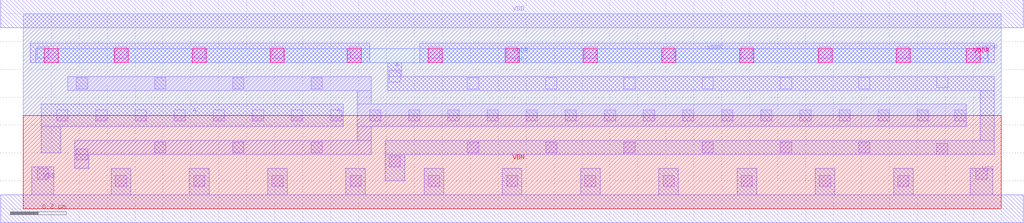
<source format=lef>
#----------------------------------------------------------------------------
# Date		: $Date: 2018/02/06 14:50:22 $
# Copyright	: 1997-2018 by Synopsys, Inc., All Rights Reserved.
# Revision	: Version $Revision: 1.3 $
#----------------------------------------------------------------------------

VERSION 5.6 ;
BUSBITCHARS "[]" ;
DIVIDERCHAR "/" ;

# Cell macro definitions.
#----------------------------------------------------------     -------------
#      Cell        : PVN_BUF_P_1
#      Description : "Buffer, Always On"
#      Equation    : X=A
#      Version     : $                     Revision: 5.13 $
#      Created     : $                     Date: 2011/08/18 09:33:56 $
#

MACRO PVN_BUF_P_1
  CLASS CORE ;
  FOREIGN PVN_BUF_P_1 0 0 ;
  ORIGIN 0 0 ;
  SIZE 0.42 BY 0.7 ;
  SYMMETRY X Y ;
  SITE UM28_DUT ;
  PIN A
    DIRECTION INPUT ;
    PORT
      LAYER CONT ;
      RECT  0.125 0.305 0.165 0.345 ;
      LAYER ME1 ;
      RECT  0.145 0.195 0.215 0.265 ;
      RECT  0.145 0.265 0.195 0.275 ;
      RECT  0.125 0.275 0.195 0.375 ;
      LAYER ME2 ;
      RECT  0.07 0.225 0.35 0.275 ;
      LAYER VI1 ;
      RECT  0.145 0.225 0.195 0.275 ;
    END
    ANTENNAMODEL OXIDE1 ;
    ANTENNAGATEAREA 0.0072 ;
  END A
  PIN VBN
    DIRECTION INOUT ;
    USE GROUND ;
    SHAPE FEEDTHRU ;
    PORT
      LAYER PWEL ;
      RECT  0.0 0.0 0.42 0.335 ;
    END
  END VBN
  PIN VBP
    DIRECTION INOUT ;
    USE POWER ;
    SHAPE FEEDTHRU ;
    PORT
      LAYER NWEL ;
      RECT  0.0 0.335 0.42 0.7 ;
    END
  END VBP
  PIN VDD
    DIRECTION INOUT ;
    USE POWER ;
    SHAPE ABUTMENT ;
    PORT
      LAYER ME1 ;
      RECT  -0.08 0.65 0.5 0.75 ;
    END
  END VDD
  PIN VDDR
    DIRECTION INOUT ;
    USE POWER ;
    PORT
      LAYER CONT ;
      RECT  0.19 0.53 0.23 0.57 ;
      LAYER ME1 ;
      RECT  0.06 0.525 0.26 0.575 ;
      RECT  0.15 0.575 0.26 0.595 ;
      LAYER ME2 ;
      RECT  0.065 0.525 0.345 0.575 ;
      LAYER VI1 ;
      RECT  0.18 0.525 0.23 0.575 ;
    END
  END VDDR
  PIN VSS
    DIRECTION INOUT ;
    USE GROUND ;
    SHAPE ABUTMENT ;
    PORT
      LAYER CONT ;
      RECT  0.19 0.08 0.23 0.12 ;
      LAYER ME1 ;
      RECT  -0.08 -0.05 0.5 0.05 ;
      RECT  0.175 0.05 0.245 0.14 ;
    END
  END VSS
  PIN X
    DIRECTION OUTPUT ;
    PORT
      LAYER CONT ;
      RECT  0.33 0.13 0.37 0.17 ;
      RECT  0.33 0.54 0.37 0.58 ;
      LAYER ME1 ;
      RECT  0.325 0.1 0.395 0.2 ;
      RECT  0.345 0.2 0.395 0.525 ;
      RECT  0.31 0.525 0.395 0.595 ;
    END
    ANTENNADIFFAREA 0.0336 ;
  END X
  OBS
      LAYER CONT ;
      RECT  0.05 0.125 0.09 0.165 ;
      RECT  0.255 0.325 0.295 0.365 ;
      RECT  0.05 0.43 0.09 0.47 ;
      LAYER ME1 ;
      RECT  0.025 0.1 0.095 0.195 ;
      RECT  0.025 0.195 0.075 0.425 ;
      RECT  0.245 0.305 0.295 0.425 ;
      RECT  0.025 0.425 0.295 0.475 ;
  END
END PVN_BUF_P_1
#----------------------------------------------------------     -------------
#      Cell        : PVN_BUF_P_16
#      Description : "Buffer, Always On"
#      Equation    : X=A
#      Version     : $                     Revision: 5.13 $
#      Created     : $                     Date: 2011/08/18 09:33:56 $
#

MACRO PVN_BUF_P_16
  CLASS CORE ;
  FOREIGN PVN_BUF_P_16 0 0 ;
  ORIGIN 0 0 ;
  SIZE 3.5 BY 0.7 ;
  SYMMETRY X Y ;
  SITE UM28_DUT ;
  PIN A
    DIRECTION INPUT ;
    PORT
      LAYER CONT ;
      RECT  0.12 0.315 0.16 0.355 ;
      RECT  0.26 0.315 0.3 0.355 ;
      RECT  0.4 0.315 0.44 0.355 ;
      RECT  0.54 0.315 0.58 0.355 ;
      RECT  0.68 0.315 0.72 0.355 ;
      RECT  0.82 0.315 0.86 0.355 ;
      RECT  0.96 0.315 1.0 0.355 ;
      RECT  1.1 0.315 1.14 0.355 ;
      LAYER ME1 ;
      RECT  0.065 0.2 0.135 0.295 ;
      RECT  0.065 0.295 1.145 0.375 ;
    END
    ANTENNAMODEL OXIDE1 ;
    ANTENNAGATEAREA 0.0972 ;
  END A
  PIN VBN
    DIRECTION INOUT ;
    USE GROUND ;
    SHAPE FEEDTHRU ;
    PORT
      LAYER PWEL ;
      RECT  0.0 0.0 3.5 0.335 ;
    END
  END VBN
  PIN VBP
    DIRECTION INOUT ;
    USE POWER ;
    SHAPE FEEDTHRU ;
    PORT
      LAYER NWEL ;
      RECT  0.0 0.335 3.5 0.7 ;
    END
  END VBP
  PIN VDD
    DIRECTION INOUT ;
    USE POWER ;
    SHAPE ABUTMENT ;
    PORT
      LAYER ME1 ;
      RECT  -0.08 0.65 3.58 0.75 ;
    END
  END VDD
  PIN VDDR
    DIRECTION INOUT ;
    USE POWER ;
    PORT
      LAYER CONT ;
      RECT  0.05 0.54 0.09 0.58 ;
      RECT  0.33 0.54 0.37 0.58 ;
      RECT  0.61 0.54 0.65 0.58 ;
      RECT  0.89 0.54 0.93 0.58 ;
      RECT  1.17 0.54 1.21 0.58 ;
      RECT  1.45 0.54 1.49 0.58 ;
      RECT  1.73 0.54 1.77 0.58 ;
      RECT  2.01 0.54 2.05 0.58 ;
      RECT  2.29 0.54 2.33 0.58 ;
      RECT  2.57 0.54 2.61 0.58 ;
      RECT  2.85 0.54 2.89 0.58 ;
      RECT  3.13 0.54 3.17 0.58 ;
      RECT  3.41 0.54 3.45 0.58 ;
      LAYER ME1 ;
      RECT  0.025 0.525 1.24 0.595 ;
      RECT  1.42 0.525 3.475 0.595 ;
      LAYER ME2 ;
      RECT  0.045 0.525 3.455 0.575 ;
      LAYER VI1 ;
      RECT  0.075 0.525 0.125 0.575 ;
      RECT  0.325 0.525 0.375 0.575 ;
      RECT  0.605 0.525 0.655 0.575 ;
      RECT  0.885 0.525 0.935 0.575 ;
      RECT  1.16 0.525 1.21 0.575 ;
      RECT  1.45 0.525 1.5 0.575 ;
      RECT  1.725 0.525 1.775 0.575 ;
      RECT  2.005 0.525 2.055 0.575 ;
      RECT  2.285 0.525 2.335 0.575 ;
      RECT  2.565 0.525 2.615 0.575 ;
      RECT  2.845 0.525 2.895 0.575 ;
      RECT  3.125 0.525 3.175 0.575 ;
      RECT  3.375 0.525 3.425 0.575 ;
    END
  END VDDR
  PIN VSS
    DIRECTION INOUT ;
    USE GROUND ;
    SHAPE ABUTMENT ;
    PORT
      LAYER CONT ;
      RECT  0.33 0.08 0.37 0.12 ;
      RECT  0.61 0.08 0.65 0.12 ;
      RECT  0.89 0.08 0.93 0.12 ;
      RECT  1.17 0.08 1.21 0.12 ;
      RECT  1.45 0.08 1.49 0.12 ;
      RECT  1.73 0.08 1.77 0.12 ;
      RECT  2.01 0.08 2.05 0.12 ;
      RECT  2.29 0.08 2.33 0.12 ;
      RECT  2.57 0.08 2.61 0.12 ;
      RECT  2.85 0.08 2.89 0.12 ;
      RECT  3.13 0.08 3.17 0.12 ;
      RECT  0.05 0.105 0.09 0.145 ;
      RECT  3.41 0.105 3.45 0.145 ;
      LAYER ME1 ;
      RECT  -0.08 -0.05 3.58 0.05 ;
      RECT  0.315 0.05 0.385 0.145 ;
      RECT  0.595 0.05 0.665 0.145 ;
      RECT  0.875 0.05 0.945 0.145 ;
      RECT  1.155 0.05 1.225 0.145 ;
      RECT  1.435 0.05 1.505 0.145 ;
      RECT  1.715 0.05 1.785 0.145 ;
      RECT  1.995 0.05 2.065 0.145 ;
      RECT  2.275 0.05 2.345 0.145 ;
      RECT  2.555 0.05 2.625 0.145 ;
      RECT  2.835 0.05 2.905 0.145 ;
      RECT  3.115 0.05 3.185 0.145 ;
      RECT  3.39 0.05 3.47 0.145 ;
      RECT  0.03 0.05 0.11 0.15 ;
    END
  END VSS
  PIN X
    DIRECTION OUTPUT ;
    PORT
      LAYER CONT ;
      RECT  1.31 0.15 1.35 0.19 ;
      RECT  3.27 0.195 3.31 0.235 ;
      RECT  1.59 0.2 1.63 0.24 ;
      RECT  1.87 0.2 1.91 0.24 ;
      RECT  2.15 0.2 2.19 0.24 ;
      RECT  2.43 0.2 2.47 0.24 ;
      RECT  2.71 0.2 2.75 0.24 ;
      RECT  2.99 0.2 3.03 0.24 ;
      RECT  1.59 0.43 1.63 0.47 ;
      RECT  1.87 0.43 1.91 0.47 ;
      RECT  2.15 0.43 2.19 0.47 ;
      RECT  2.43 0.43 2.47 0.47 ;
      RECT  2.71 0.43 2.75 0.47 ;
      RECT  2.99 0.43 3.03 0.47 ;
      RECT  3.27 0.435 3.31 0.475 ;
      RECT  1.31 0.455 1.35 0.495 ;
      LAYER ME1 ;
      RECT  1.295 0.1 1.365 0.195 ;
      RECT  1.295 0.195 3.475 0.245 ;
      RECT  3.425 0.245 3.475 0.425 ;
      RECT  1.305 0.425 3.475 0.475 ;
      RECT  1.305 0.475 1.355 0.525 ;
    END
    ANTENNADIFFAREA 0.3696 ;
  END X
  OBS
      LAYER CONT ;
      RECT  0.19 0.175 0.23 0.215 ;
      RECT  0.47 0.2 0.51 0.24 ;
      RECT  0.75 0.2 0.79 0.24 ;
      RECT  1.03 0.2 1.07 0.24 ;
      RECT  1.24 0.315 1.28 0.355 ;
      RECT  1.38 0.315 1.42 0.355 ;
      RECT  1.52 0.315 1.56 0.355 ;
      RECT  1.66 0.315 1.7 0.355 ;
      RECT  1.8 0.315 1.84 0.355 ;
      RECT  1.94 0.315 1.98 0.355 ;
      RECT  2.08 0.315 2.12 0.355 ;
      RECT  2.22 0.315 2.26 0.355 ;
      RECT  2.36 0.315 2.4 0.355 ;
      RECT  2.5 0.315 2.54 0.355 ;
      RECT  2.64 0.315 2.68 0.355 ;
      RECT  2.78 0.315 2.82 0.355 ;
      RECT  2.92 0.315 2.96 0.355 ;
      RECT  3.06 0.315 3.1 0.355 ;
      RECT  3.2 0.315 3.24 0.355 ;
      RECT  3.335 0.315 3.375 0.355 ;
      RECT  0.19 0.43 0.23 0.47 ;
      RECT  0.47 0.43 0.51 0.47 ;
      RECT  0.75 0.43 0.79 0.47 ;
      RECT  1.03 0.43 1.07 0.47 ;
      LAYER ME1 ;
      RECT  0.185 0.145 0.235 0.195 ;
      RECT  0.185 0.195 1.245 0.245 ;
      RECT  1.195 0.245 1.245 0.295 ;
      RECT  1.195 0.295 3.375 0.375 ;
      RECT  1.195 0.375 1.245 0.425 ;
      RECT  0.16 0.425 1.245 0.475 ;
  END
END PVN_BUF_P_16
#----------------------------------------------------------     -------------
#      Cell        : PVN_BUF_P_2
#      Description : "Buffer, Always On"
#      Equation    : X=A
#      Version     : $                     Revision: 5.13 $
#      Created     : $                     Date: 2011/08/18 09:33:56 $
#

MACRO PVN_BUF_P_2
  CLASS CORE ;
  FOREIGN PVN_BUF_P_2 0 0 ;
  ORIGIN 0 0 ;
  SIZE 0.56 BY 0.7 ;
  SYMMETRY X Y ;
  SITE UM28_DUT ;
  PIN A
    DIRECTION INPUT ;
    PORT
      LAYER CONT ;
      RECT  0.125 0.315 0.165 0.355 ;
      LAYER ME1 ;
      RECT  0.125 0.29 0.18 0.41 ;
      RECT  0.125 0.41 0.24 0.475 ;
    END
    ANTENNAMODEL OXIDE1 ;
    ANTENNAGATEAREA 0.01215 ;
  END A
  PIN VBN
    DIRECTION INOUT ;
    USE GROUND ;
    SHAPE FEEDTHRU ;
    PORT
      LAYER PWEL ;
      RECT  0.0 0.0 0.56 0.335 ;
    END
  END VBN
  PIN VBP
    DIRECTION INOUT ;
    USE POWER ;
    SHAPE FEEDTHRU ;
    PORT
      LAYER NWEL ;
      RECT  0.0 0.335 0.56 0.7 ;
    END
  END VBP
  PIN VDD
    DIRECTION INOUT ;
    USE POWER ;
    SHAPE ABUTMENT ;
    PORT
      LAYER ME1 ;
      RECT  -0.08 0.65 0.64 0.75 ;
    END
  END VDD
  PIN VDDR
    DIRECTION INOUT ;
    USE POWER ;
    PORT
      LAYER CONT ;
      RECT  0.19 0.53 0.23 0.57 ;
      RECT  0.47 0.545 0.51 0.585 ;
      LAYER ME1 ;
      RECT  0.17 0.525 0.53 0.595 ;
      LAYER ME2 ;
      RECT  0.235 0.525 0.515 0.575 ;
      LAYER VI1 ;
      RECT  0.275 0.525 0.325 0.575 ;
      RECT  0.435 0.525 0.485 0.575 ;
    END
  END VDDR
  PIN VSS
    DIRECTION INOUT ;
    USE GROUND ;
    SHAPE ABUTMENT ;
    PORT
      LAYER CONT ;
      RECT  0.19 0.08 0.23 0.12 ;
      RECT  0.47 0.105 0.51 0.145 ;
      LAYER ME1 ;
      RECT  -0.08 -0.05 0.64 0.05 ;
      RECT  0.17 0.05 0.25 0.12 ;
      RECT  0.45 0.05 0.53 0.145 ;
    END
  END VSS
  PIN X
    DIRECTION OUTPUT ;
    PORT
      LAYER CONT ;
      RECT  0.33 0.135 0.37 0.175 ;
      RECT  0.33 0.435 0.37 0.475 ;
      LAYER ME1 ;
      RECT  0.33 0.1 0.4 0.195 ;
      RECT  0.33 0.195 0.535 0.245 ;
      RECT  0.485 0.245 0.535 0.425 ;
      RECT  0.31 0.425 0.535 0.475 ;
    END
    ANTENNADIFFAREA 0.0462 ;
  END X
  OBS
      LAYER CONT ;
      RECT  0.05 0.175 0.09 0.215 ;
      RECT  0.26 0.305 0.3 0.345 ;
      RECT  0.395 0.315 0.435 0.355 ;
      RECT  0.05 0.54 0.09 0.58 ;
      LAYER ME1 ;
      RECT  0.025 0.17 0.28 0.22 ;
      RECT  0.23 0.22 0.28 0.295 ;
      RECT  0.23 0.295 0.435 0.355 ;
      RECT  0.365 0.355 0.435 0.375 ;
      RECT  0.025 0.22 0.075 0.52 ;
      RECT  0.025 0.52 0.095 0.6 ;
  END
END PVN_BUF_P_2
#----------------------------------------------------------     -------------
#      Cell        : PVN_BUF_P_3
#      Description : "Buffer, Always On"
#      Equation    : X=A
#      Version     : $                     Revision: 5.13 $
#      Created     : $                     Date: 2011/08/18 09:33:56 $
#

MACRO PVN_BUF_P_3
  CLASS CORE ;
  FOREIGN PVN_BUF_P_3 0 0 ;
  ORIGIN 0 0 ;
  SIZE 0.84 BY 0.7 ;
  SYMMETRY X Y ;
  SITE UM28_DUT ;
  PIN A
    DIRECTION INPUT ;
    PORT
      LAYER CONT ;
      RECT  0.255 0.305 0.295 0.345 ;
      RECT  0.12 0.315 0.16 0.355 ;
      LAYER ME1 ;
      RECT  0.04 0.2 0.11 0.285 ;
      RECT  0.04 0.285 0.295 0.365 ;
      RECT  0.04 0.365 0.11 0.42 ;
    END
    ANTENNAMODEL OXIDE1 ;
    ANTENNAGATEAREA 0.0183 ;
  END A
  PIN VBN
    DIRECTION INOUT ;
    USE GROUND ;
    SHAPE FEEDTHRU ;
    PORT
      LAYER PWEL ;
      RECT  0.0 0.0 0.84 0.335 ;
    END
  END VBN
  PIN VBP
    DIRECTION INOUT ;
    USE POWER ;
    SHAPE FEEDTHRU ;
    PORT
      LAYER NWEL ;
      RECT  0.0 0.335 0.84 0.7 ;
    END
  END VBP
  PIN VDD
    DIRECTION INOUT ;
    USE POWER ;
    SHAPE ABUTMENT ;
    PORT
      LAYER ME1 ;
      RECT  -0.08 0.65 0.92 0.75 ;
    END
  END VDD
  PIN VDDR
    DIRECTION INOUT ;
    USE POWER ;
    PORT
      LAYER CONT ;
      RECT  0.61 0.53 0.65 0.57 ;
      RECT  0.05 0.53 0.09 0.57 ;
      RECT  0.33 0.53 0.37 0.57 ;
      LAYER ME1 ;
      RECT  0.03 0.53 0.11 0.55 ;
      RECT  0.3 0.525 0.41 0.55 ;
      RECT  0.03 0.55 0.41 0.6 ;
      RECT  0.585 0.525 0.785 0.595 ;
      LAYER ME2 ;
      RECT  0.3 0.525 0.695 0.575 ;
      LAYER VI1 ;
      RECT  0.33 0.525 0.38 0.575 ;
      RECT  0.615 0.525 0.665 0.575 ;
    END
  END VDDR
  PIN VSS
    DIRECTION INOUT ;
    USE GROUND ;
    SHAPE ABUTMENT ;
    PORT
      LAYER CONT ;
      RECT  0.33 0.08 0.37 0.12 ;
      RECT  0.61 0.08 0.65 0.12 ;
      RECT  0.05 0.105 0.09 0.145 ;
      LAYER ME1 ;
      RECT  -0.08 -0.05 0.92 0.05 ;
      RECT  0.31 0.05 0.39 0.125 ;
      RECT  0.59 0.05 0.67 0.125 ;
      RECT  0.025 0.05 0.11 0.15 ;
    END
  END VSS
  PIN X
    DIRECTION OUTPUT ;
    PORT
      LAYER CONT ;
      RECT  0.47 0.135 0.51 0.175 ;
      RECT  0.75 0.18 0.79 0.22 ;
      RECT  0.75 0.43 0.79 0.47 ;
      RECT  0.47 0.455 0.51 0.495 ;
      LAYER ME1 ;
      RECT  0.455 0.1 0.525 0.175 ;
      RECT  0.455 0.175 0.815 0.225 ;
      RECT  0.765 0.225 0.815 0.425 ;
      RECT  0.46 0.425 0.815 0.475 ;
      RECT  0.46 0.475 0.53 0.525 ;
    END
    ANTENNADIFFAREA 0.0798 ;
  END X
  OBS
      LAYER CONT ;
      RECT  0.19 0.15 0.23 0.19 ;
      RECT  0.4 0.315 0.44 0.355 ;
      RECT  0.54 0.315 0.58 0.355 ;
      RECT  0.675 0.315 0.715 0.355 ;
      RECT  0.19 0.46 0.23 0.5 ;
      LAYER ME1 ;
      RECT  0.185 0.12 0.235 0.175 ;
      RECT  0.185 0.175 0.395 0.225 ;
      RECT  0.345 0.225 0.395 0.295 ;
      RECT  0.345 0.295 0.715 0.375 ;
      RECT  0.345 0.375 0.395 0.425 ;
      RECT  0.17 0.425 0.395 0.475 ;
      RECT  0.17 0.475 0.25 0.5 ;
  END
END PVN_BUF_P_3
#----------------------------------------------------------     -------------
#      Cell        : PVN_BUF_P_4
#      Description : "Buffer, Always On"
#      Equation    : X=A
#      Version     : $                     Revision: 5.13 $
#      Created     : $                     Date: 2011/08/18 09:33:56 $
#

MACRO PVN_BUF_P_4
  CLASS CORE ;
  FOREIGN PVN_BUF_P_4 0 0 ;
  ORIGIN 0 0 ;
  SIZE 0.98 BY 0.7 ;
  SYMMETRY X Y ;
  SITE UM28_DUT ;
  PIN A
    DIRECTION INPUT ;
    PORT
      LAYER CONT ;
      RECT  0.12 0.315 0.16 0.355 ;
      RECT  0.255 0.315 0.295 0.355 ;
      LAYER ME1 ;
      RECT  0.03 0.195 0.1 0.295 ;
      RECT  0.03 0.295 0.295 0.375 ;
      RECT  0.03 0.375 0.1 0.435 ;
    END
    ANTENNAMODEL OXIDE1 ;
    ANTENNAGATEAREA 0.0243 ;
  END A
  PIN VBN
    DIRECTION INOUT ;
    USE GROUND ;
    SHAPE FEEDTHRU ;
    PORT
      LAYER PWEL ;
      RECT  0.0 0.0 0.98 0.335 ;
    END
  END VBN
  PIN VBP
    DIRECTION INOUT ;
    USE POWER ;
    SHAPE FEEDTHRU ;
    PORT
      LAYER NWEL ;
      RECT  0.0 0.335 0.98 0.7 ;
    END
  END VBP
  PIN VDD
    DIRECTION INOUT ;
    USE POWER ;
    SHAPE ABUTMENT ;
    PORT
      LAYER ME1 ;
      RECT  -0.08 0.65 1.06 0.75 ;
    END
  END VDD
  PIN VDDR
    DIRECTION INOUT ;
    USE POWER ;
    PORT
      LAYER CONT ;
      RECT  0.61 0.53 0.65 0.57 ;
      RECT  0.89 0.53 0.93 0.57 ;
      RECT  0.05 0.53 0.09 0.57 ;
      RECT  0.33 0.53 0.37 0.57 ;
      LAYER ME1 ;
      RECT  0.03 0.525 0.4 0.6 ;
      RECT  0.59 0.525 0.95 0.595 ;
      LAYER ME2 ;
      RECT  0.155 0.525 0.825 0.575 ;
      LAYER VI1 ;
      RECT  0.185 0.525 0.235 0.575 ;
      RECT  0.745 0.525 0.795 0.575 ;
    END
  END VDDR
  PIN VSS
    DIRECTION INOUT ;
    USE GROUND ;
    SHAPE ABUTMENT ;
    PORT
      LAYER CONT ;
      RECT  0.33 0.08 0.37 0.12 ;
      RECT  0.61 0.08 0.65 0.12 ;
      RECT  0.05 0.105 0.09 0.145 ;
      RECT  0.89 0.105 0.93 0.145 ;
      LAYER ME1 ;
      RECT  -0.08 -0.05 1.06 0.05 ;
      RECT  0.31 0.05 0.39 0.125 ;
      RECT  0.59 0.05 0.67 0.125 ;
      RECT  0.03 0.05 0.11 0.145 ;
      RECT  0.87 0.05 0.95 0.145 ;
    END
  END VSS
  PIN X
    DIRECTION OUTPUT ;
    PORT
      LAYER CONT ;
      RECT  0.47 0.13 0.51 0.17 ;
      RECT  0.75 0.195 0.79 0.235 ;
      RECT  0.75 0.435 0.79 0.475 ;
      RECT  0.47 0.445 0.51 0.485 ;
      LAYER ME1 ;
      RECT  0.455 0.1 0.525 0.195 ;
      RECT  0.455 0.195 0.955 0.245 ;
      RECT  0.905 0.245 0.955 0.425 ;
      RECT  0.455 0.425 0.955 0.475 ;
      RECT  0.455 0.475 0.525 0.505 ;
    END
    ANTENNADIFFAREA 0.0924 ;
  END X
  OBS
      LAYER CONT ;
      RECT  0.19 0.185 0.23 0.225 ;
      RECT  0.4 0.315 0.44 0.355 ;
      RECT  0.54 0.315 0.58 0.355 ;
      RECT  0.68 0.315 0.72 0.355 ;
      RECT  0.815 0.315 0.855 0.355 ;
      RECT  0.19 0.435 0.23 0.475 ;
      LAYER ME1 ;
      RECT  0.17 0.18 0.395 0.23 ;
      RECT  0.345 0.23 0.395 0.295 ;
      RECT  0.345 0.295 0.855 0.375 ;
      RECT  0.345 0.375 0.395 0.425 ;
      RECT  0.17 0.425 0.395 0.475 ;
  END
END PVN_BUF_P_4
#----------------------------------------------------------     -------------
#      Cell        : PVN_BUF_P_6
#      Description : "Buffer, Always On"
#      Equation    : X=A
#      Version     : $                     Revision: 5.13 $
#      Created     : $                     Date: 2011/08/18 09:33:56 $
#

MACRO PVN_BUF_P_6
  CLASS CORE ;
  FOREIGN PVN_BUF_P_6 0 0 ;
  ORIGIN 0 0 ;
  SIZE 1.4 BY 0.7 ;
  SYMMETRY X Y ;
  SITE UM28_DUT ;
  PIN A
    DIRECTION INPUT ;
    PORT
      LAYER CONT ;
      RECT  0.12 0.315 0.16 0.355 ;
      RECT  0.26 0.315 0.3 0.355 ;
      RECT  0.395 0.315 0.435 0.355 ;
      LAYER ME1 ;
      RECT  0.1 0.295 0.435 0.375 ;
      LAYER ME2 ;
      RECT  0.155 0.325 0.435 0.375 ;
      LAYER VI1 ;
      RECT  0.185 0.325 0.235 0.375 ;
    END
    ANTENNAMODEL OXIDE1 ;
    ANTENNAGATEAREA 0.03645 ;
  END A
  PIN VBN
    DIRECTION INOUT ;
    USE GROUND ;
    SHAPE FEEDTHRU ;
    PORT
      LAYER PWEL ;
      RECT  0.0 0.0 1.4 0.335 ;
    END
  END VBN
  PIN VBP
    DIRECTION INOUT ;
    USE POWER ;
    SHAPE FEEDTHRU ;
    PORT
      LAYER NWEL ;
      RECT  0.0 0.335 1.4 0.7 ;
    END
  END VBP
  PIN VDD
    DIRECTION INOUT ;
    USE POWER ;
    SHAPE ABUTMENT ;
    PORT
      LAYER ME1 ;
      RECT  -0.08 0.65 1.48 0.75 ;
    END
  END VDD
  PIN VDDR
    DIRECTION INOUT ;
    USE POWER ;
    PORT
      LAYER CONT ;
      RECT  0.75 0.53 0.79 0.57 ;
      RECT  1.03 0.53 1.07 0.57 ;
      RECT  1.31 0.53 1.35 0.57 ;
      RECT  0.19 0.53 0.23 0.57 ;
      RECT  0.47 0.53 0.51 0.57 ;
      LAYER ME1 ;
      RECT  0.17 0.525 0.54 0.6 ;
      RECT  0.72 0.525 1.37 0.595 ;
      LAYER ME2 ;
      RECT  0.295 0.525 1.245 0.575 ;
      LAYER VI1 ;
      RECT  0.325 0.525 0.375 0.575 ;
      RECT  0.885 0.525 0.935 0.575 ;
      RECT  1.165 0.525 1.215 0.575 ;
    END
  END VDDR
  PIN VSS
    DIRECTION INOUT ;
    USE GROUND ;
    SHAPE ABUTMENT ;
    PORT
      LAYER CONT ;
      RECT  0.19 0.08 0.23 0.12 ;
      RECT  0.47 0.08 0.51 0.12 ;
      RECT  0.75 0.08 0.79 0.12 ;
      RECT  1.03 0.08 1.07 0.12 ;
      RECT  1.31 0.105 1.35 0.145 ;
      LAYER ME1 ;
      RECT  -0.08 -0.05 1.48 0.05 ;
      RECT  0.73 0.05 0.81 0.125 ;
      RECT  1.01 0.05 1.09 0.125 ;
      RECT  0.17 0.05 0.25 0.13 ;
      RECT  0.45 0.05 0.53 0.13 ;
      RECT  1.29 0.05 1.37 0.145 ;
    END
  END VSS
  PIN X
    DIRECTION OUTPUT ;
    PORT
      LAYER CONT ;
      RECT  0.61 0.13 0.65 0.17 ;
      RECT  1.17 0.195 1.21 0.235 ;
      RECT  0.89 0.2 0.93 0.24 ;
      RECT  0.89 0.43 0.93 0.47 ;
      RECT  1.17 0.435 1.21 0.475 ;
      RECT  0.61 0.445 0.65 0.485 ;
      LAYER ME1 ;
      RECT  0.595 0.1 0.665 0.195 ;
      RECT  0.595 0.195 1.375 0.245 ;
      RECT  1.325 0.245 1.375 0.425 ;
      RECT  0.595 0.425 1.375 0.475 ;
      RECT  0.595 0.475 0.665 0.505 ;
    END
    ANTENNADIFFAREA 0.1386 ;
  END X
  OBS
      LAYER CONT ;
      RECT  0.05 0.13 0.09 0.17 ;
      RECT  0.33 0.185 0.37 0.225 ;
      RECT  0.54 0.315 0.58 0.355 ;
      RECT  0.68 0.315 0.72 0.355 ;
      RECT  0.82 0.315 0.86 0.355 ;
      RECT  0.96 0.315 1.0 0.355 ;
      RECT  1.1 0.315 1.14 0.355 ;
      RECT  1.235 0.315 1.275 0.355 ;
      RECT  0.33 0.435 0.37 0.475 ;
      RECT  0.05 0.445 0.09 0.485 ;
      LAYER ME1 ;
      RECT  0.04 0.105 0.11 0.18 ;
      RECT  0.04 0.18 0.535 0.23 ;
      RECT  0.485 0.23 0.535 0.295 ;
      RECT  0.485 0.295 1.275 0.375 ;
      RECT  0.485 0.375 0.535 0.425 ;
      RECT  0.035 0.425 0.535 0.475 ;
      RECT  0.035 0.475 0.105 0.505 ;
  END
END PVN_BUF_P_6
#----------------------------------------------------------     -------------
#      Cell        : PVN_BUF_P_8
#      Description : "Buffer, Always On"
#      Equation    : X=A
#      Version     : $                     Revision: 5.13 $
#      Created     : $                     Date: 2011/08/18 09:33:56 $
#

MACRO PVN_BUF_P_8
  CLASS CORE ;
  FOREIGN PVN_BUF_P_8 0 0 ;
  ORIGIN 0 0 ;
  SIZE 1.82 BY 0.7 ;
  SYMMETRY X Y ;
  SITE UM28_DUT ;
  PIN A
    DIRECTION INPUT ;
    PORT
      LAYER CONT ;
      RECT  0.12 0.315 0.16 0.355 ;
      RECT  0.26 0.315 0.3 0.355 ;
      RECT  0.4 0.315 0.44 0.355 ;
      RECT  0.535 0.315 0.575 0.355 ;
      LAYER ME1 ;
      RECT  0.03 0.2 0.115 0.295 ;
      RECT  0.03 0.295 0.575 0.375 ;
    END
    ANTENNAMODEL OXIDE1 ;
    ANTENNAGATEAREA 0.0486 ;
  END A
  PIN VBN
    DIRECTION INOUT ;
    USE GROUND ;
    SHAPE FEEDTHRU ;
    PORT
      LAYER PWEL ;
      RECT  0.0 0.0 1.82 0.335 ;
    END
  END VBN
  PIN VBP
    DIRECTION INOUT ;
    USE POWER ;
    SHAPE FEEDTHRU ;
    PORT
      LAYER NWEL ;
      RECT  0.0 0.335 1.82 0.7 ;
    END
  END VBP
  PIN VDD
    DIRECTION INOUT ;
    USE POWER ;
    SHAPE ABUTMENT ;
    PORT
      LAYER ME1 ;
      RECT  -0.08 0.65 1.9 0.75 ;
    END
  END VDD
  PIN VDDR
    DIRECTION INOUT ;
    USE POWER ;
    PORT
      LAYER CONT ;
      RECT  0.89 0.53 0.93 0.57 ;
      RECT  1.17 0.53 1.21 0.57 ;
      RECT  1.45 0.53 1.49 0.57 ;
      RECT  1.73 0.53 1.77 0.57 ;
      RECT  0.05 0.53 0.09 0.57 ;
      RECT  0.33 0.53 0.37 0.57 ;
      RECT  0.61 0.53 0.65 0.57 ;
      LAYER ME1 ;
      RECT  0.025 0.525 0.68 0.6 ;
      RECT  0.865 0.525 1.79 0.595 ;
      LAYER ME2 ;
      RECT  0.155 0.525 1.665 0.575 ;
      LAYER VI1 ;
      RECT  0.185 0.525 0.235 0.575 ;
      RECT  0.465 0.525 0.515 0.575 ;
      RECT  1.025 0.525 1.075 0.575 ;
      RECT  1.305 0.525 1.355 0.575 ;
      RECT  1.585 0.525 1.635 0.575 ;
    END
  END VDDR
  PIN VSS
    DIRECTION INOUT ;
    USE GROUND ;
    SHAPE ABUTMENT ;
    PORT
      LAYER CONT ;
      RECT  0.33 0.08 0.37 0.12 ;
      RECT  0.61 0.08 0.65 0.12 ;
      RECT  0.89 0.08 0.93 0.12 ;
      RECT  1.17 0.08 1.21 0.12 ;
      RECT  1.45 0.08 1.49 0.12 ;
      RECT  0.05 0.105 0.09 0.145 ;
      RECT  1.73 0.105 1.77 0.145 ;
      LAYER ME1 ;
      RECT  -0.08 -0.05 1.9 0.05 ;
      RECT  0.87 0.05 0.95 0.125 ;
      RECT  1.15 0.05 1.23 0.125 ;
      RECT  1.43 0.05 1.51 0.125 ;
      RECT  0.31 0.05 0.39 0.13 ;
      RECT  0.59 0.05 0.67 0.13 ;
      RECT  1.71 0.05 1.79 0.145 ;
      RECT  0.03 0.05 0.11 0.15 ;
    END
  END VSS
  PIN X
    DIRECTION OUTPUT ;
    PORT
      LAYER CONT ;
      RECT  0.75 0.13 0.79 0.17 ;
      RECT  1.59 0.195 1.63 0.235 ;
      RECT  1.03 0.2 1.07 0.24 ;
      RECT  1.31 0.2 1.35 0.24 ;
      RECT  1.03 0.43 1.07 0.47 ;
      RECT  1.31 0.43 1.35 0.47 ;
      RECT  1.59 0.435 1.63 0.475 ;
      RECT  0.75 0.445 0.79 0.485 ;
      LAYER ME1 ;
      RECT  0.735 0.1 0.805 0.195 ;
      RECT  0.735 0.195 1.795 0.245 ;
      RECT  1.745 0.245 1.795 0.425 ;
      RECT  0.735 0.425 1.795 0.475 ;
      RECT  0.735 0.475 0.805 0.505 ;
    END
    ANTENNADIFFAREA 0.1848 ;
  END X
  OBS
      LAYER CONT ;
      RECT  0.19 0.155 0.23 0.195 ;
      RECT  0.47 0.185 0.51 0.225 ;
      RECT  0.68 0.315 0.72 0.355 ;
      RECT  0.82 0.315 0.86 0.355 ;
      RECT  0.96 0.315 1.0 0.355 ;
      RECT  1.1 0.315 1.14 0.355 ;
      RECT  1.24 0.315 1.28 0.355 ;
      RECT  1.38 0.315 1.42 0.355 ;
      RECT  1.52 0.315 1.56 0.355 ;
      RECT  1.655 0.315 1.695 0.355 ;
      RECT  0.19 0.43 0.23 0.47 ;
      RECT  0.47 0.435 0.51 0.475 ;
      LAYER ME1 ;
      RECT  0.175 0.135 0.245 0.18 ;
      RECT  0.175 0.18 0.675 0.23 ;
      RECT  0.625 0.23 0.675 0.295 ;
      RECT  0.625 0.295 1.695 0.375 ;
      RECT  0.625 0.375 0.675 0.425 ;
      RECT  0.17 0.425 0.675 0.475 ;
  END
END PVN_BUF_P_8
#----------------------------------------------------------     -------------
#      Cell        : PVN_BUF_PS_1
#      Description : "Symmetric rise/fall delay buffer, Always On"
#      Equation    : X=A
#      Version     : $                     Revision: 5.13 $
#      Created     : $                     Date: 2011/08/18 09:33:56 $
#

MACRO PVN_BUF_PS_1
  CLASS CORE ;
  FOREIGN PVN_BUF_PS_1 0 0 ;
  ORIGIN 0 0 ;
  SIZE 0.42 BY 0.7 ;
  SYMMETRY X Y ;
  SITE UM28_DUT ;
  PIN A
    DIRECTION INPUT ;
    PORT
      LAYER CONT ;
      RECT  0.12 0.315 0.16 0.355 ;
      LAYER ME1 ;
      RECT  0.025 0.27 0.16 0.375 ;
      LAYER ME2 ;
      RECT  0.05 0.325 0.33 0.375 ;
      LAYER VI1 ;
      RECT  0.08 0.325 0.13 0.375 ;
    END
    ANTENNAMODEL OXIDE1 ;
    ANTENNAGATEAREA 0.0072 ;
  END A
  PIN VBN
    DIRECTION INOUT ;
    USE GROUND ;
    SHAPE FEEDTHRU ;
    PORT
      LAYER PWEL ;
      RECT  0.0 0.0 0.42 0.335 ;
    END
  END VBN
  PIN VBP
    DIRECTION INOUT ;
    USE POWER ;
    SHAPE FEEDTHRU ;
    PORT
      LAYER NWEL ;
      RECT  0.0 0.335 0.42 0.7 ;
    END
  END VBP
  PIN VDD
    DIRECTION INOUT ;
    USE POWER ;
    SHAPE ABUTMENT ;
    PORT
      LAYER ME1 ;
      RECT  -0.08 0.65 0.5 0.75 ;
    END
  END VDD
  PIN VDDR
    DIRECTION INOUT ;
    USE POWER ;
    PORT
      LAYER CONT ;
      RECT  0.19 0.53 0.23 0.57 ;
      LAYER ME1 ;
      RECT  0.155 0.525 0.275 0.55 ;
      RECT  0.05 0.55 0.275 0.6 ;
      LAYER ME2 ;
      RECT  0.065 0.525 0.345 0.575 ;
      LAYER VI1 ;
      RECT  0.185 0.525 0.235 0.575 ;
    END
  END VDDR
  PIN VSS
    DIRECTION INOUT ;
    USE GROUND ;
    SHAPE ABUTMENT ;
    PORT
      LAYER CONT ;
      RECT  0.19 0.08 0.23 0.12 ;
      LAYER ME1 ;
      RECT  -0.08 -0.05 0.5 0.05 ;
      RECT  0.17 0.05 0.25 0.12 ;
    END
  END VSS
  PIN X
    DIRECTION OUTPUT ;
    PORT
      LAYER CONT ;
      RECT  0.33 0.13 0.37 0.17 ;
      RECT  0.33 0.47 0.37 0.51 ;
      LAYER ME1 ;
      RECT  0.325 0.1 0.395 0.2 ;
      RECT  0.345 0.2 0.395 0.45 ;
      RECT  0.325 0.45 0.395 0.53 ;
    END
    ANTENNADIFFAREA 0.0312 ;
  END X
  OBS
      LAYER CONT ;
      RECT  0.05 0.125 0.09 0.165 ;
      RECT  0.255 0.305 0.295 0.345 ;
      RECT  0.05 0.455 0.09 0.495 ;
      LAYER ME1 ;
      RECT  0.025 0.105 0.095 0.17 ;
      RECT  0.025 0.17 0.26 0.22 ;
      RECT  0.21 0.22 0.26 0.285 ;
      RECT  0.21 0.285 0.295 0.365 ;
      RECT  0.21 0.365 0.26 0.425 ;
      RECT  0.03 0.425 0.26 0.475 ;
      RECT  0.03 0.475 0.11 0.5 ;
  END
END PVN_BUF_PS_1
#----------------------------------------------------------     -------------
#      Cell        : PVN_BUF_PS_12
#      Description : "Symmetric rise/fall delay buffer, Always On"
#      Equation    : X=A
#      Version     : $                     Revision: 5.13 $
#      Created     : $                     Date: 2011/08/18 09:33:56 $
#

MACRO PVN_BUF_PS_12
  CLASS CORE ;
  FOREIGN PVN_BUF_PS_12 0 0 ;
  ORIGIN 0 0 ;
  SIZE 2.66 BY 0.7 ;
  SYMMETRY X Y ;
  SITE UM28_DUT ;
  PIN A
    DIRECTION INPUT ;
    PORT
      LAYER CONT ;
      RECT  0.12 0.315 0.16 0.355 ;
      RECT  0.26 0.315 0.3 0.355 ;
      RECT  0.4 0.315 0.44 0.355 ;
      RECT  0.54 0.315 0.58 0.355 ;
      RECT  0.68 0.315 0.72 0.355 ;
      RECT  0.815 0.315 0.855 0.355 ;
      LAYER ME1 ;
      RECT  0.03 0.195 0.1 0.295 ;
      RECT  0.03 0.295 0.855 0.375 ;
    END
    ANTENNAMODEL OXIDE1 ;
    ANTENNAGATEAREA 0.0711 ;
  END A
  PIN VBN
    DIRECTION INOUT ;
    USE GROUND ;
    SHAPE FEEDTHRU ;
    PORT
      LAYER PWEL ;
      RECT  0.0 0.0 2.66 0.335 ;
    END
  END VBN
  PIN VBP
    DIRECTION INOUT ;
    USE POWER ;
    SHAPE FEEDTHRU ;
    PORT
      LAYER NWEL ;
      RECT  0.0 0.335 2.66 0.7 ;
    END
  END VBP
  PIN VDD
    DIRECTION INOUT ;
    USE POWER ;
    SHAPE ABUTMENT ;
    PORT
      LAYER ME1 ;
      RECT  -0.08 0.65 2.74 0.75 ;
    END
  END VDD
  PIN VDDR
    DIRECTION INOUT ;
    USE POWER ;
    PORT
      LAYER CONT ;
      RECT  1.17 0.53 1.21 0.57 ;
      RECT  1.45 0.53 1.49 0.57 ;
      RECT  1.73 0.53 1.77 0.57 ;
      RECT  2.01 0.53 2.05 0.57 ;
      RECT  2.29 0.53 2.33 0.57 ;
      RECT  2.57 0.53 2.61 0.57 ;
      RECT  0.05 0.53 0.09 0.57 ;
      RECT  0.33 0.53 0.37 0.57 ;
      RECT  0.61 0.53 0.65 0.57 ;
      RECT  0.89 0.53 0.93 0.57 ;
      LAYER ME1 ;
      RECT  0.03 0.525 0.96 0.6 ;
      RECT  1.14 0.525 2.63 0.595 ;
      LAYER ME2 ;
      RECT  0.155 0.525 2.505 0.575 ;
      LAYER VI1 ;
      RECT  0.185 0.525 0.235 0.575 ;
      RECT  0.465 0.525 0.515 0.575 ;
      RECT  0.745 0.525 0.795 0.575 ;
      RECT  1.305 0.525 1.355 0.575 ;
      RECT  1.585 0.525 1.635 0.575 ;
      RECT  1.865 0.525 1.915 0.575 ;
      RECT  2.145 0.525 2.195 0.575 ;
      RECT  2.425 0.525 2.475 0.575 ;
    END
  END VDDR
  PIN VSS
    DIRECTION INOUT ;
    USE GROUND ;
    SHAPE ABUTMENT ;
    PORT
      LAYER CONT ;
      RECT  0.33 0.08 0.37 0.12 ;
      RECT  0.61 0.08 0.65 0.12 ;
      RECT  0.89 0.08 0.93 0.12 ;
      RECT  1.17 0.08 1.21 0.12 ;
      RECT  1.45 0.08 1.49 0.12 ;
      RECT  1.73 0.08 1.77 0.12 ;
      RECT  2.01 0.08 2.05 0.12 ;
      RECT  2.29 0.08 2.33 0.12 ;
      RECT  0.05 0.105 0.09 0.145 ;
      RECT  2.57 0.105 2.61 0.145 ;
      LAYER ME1 ;
      RECT  -0.08 -0.05 2.74 0.05 ;
      RECT  1.15 0.05 1.23 0.125 ;
      RECT  1.43 0.05 1.51 0.125 ;
      RECT  0.31 0.05 0.39 0.13 ;
      RECT  0.59 0.05 0.67 0.13 ;
      RECT  0.87 0.05 0.95 0.13 ;
      RECT  1.71 0.05 1.79 0.13 ;
      RECT  1.99 0.05 2.07 0.13 ;
      RECT  2.27 0.05 2.35 0.13 ;
      RECT  0.03 0.05 0.11 0.145 ;
      RECT  2.55 0.05 2.63 0.145 ;
    END
  END VSS
  PIN X
    DIRECTION OUTPUT ;
    PORT
      LAYER CONT ;
      RECT  1.03 0.13 1.07 0.17 ;
      RECT  2.43 0.195 2.47 0.235 ;
      RECT  1.31 0.2 1.35 0.24 ;
      RECT  1.59 0.2 1.63 0.24 ;
      RECT  1.87 0.2 1.91 0.24 ;
      RECT  2.15 0.2 2.19 0.24 ;
      RECT  1.31 0.43 1.35 0.47 ;
      RECT  1.59 0.43 1.63 0.47 ;
      RECT  1.87 0.43 1.91 0.47 ;
      RECT  2.15 0.43 2.19 0.47 ;
      RECT  2.43 0.435 2.47 0.475 ;
      RECT  1.03 0.445 1.07 0.485 ;
      LAYER ME1 ;
      RECT  1.015 0.1 1.085 0.195 ;
      RECT  1.015 0.195 2.635 0.245 ;
      RECT  2.585 0.245 2.635 0.425 ;
      RECT  1.015 0.425 2.635 0.475 ;
      RECT  1.015 0.475 1.085 0.505 ;
    END
    ANTENNADIFFAREA 0.2607 ;
  END X
  OBS
      LAYER CONT ;
      RECT  0.19 0.19 0.23 0.23 ;
      RECT  0.47 0.19 0.51 0.23 ;
      RECT  0.75 0.19 0.79 0.23 ;
      RECT  0.96 0.315 1.0 0.355 ;
      RECT  1.1 0.315 1.14 0.355 ;
      RECT  1.24 0.315 1.28 0.355 ;
      RECT  1.38 0.315 1.42 0.355 ;
      RECT  1.52 0.315 1.56 0.355 ;
      RECT  1.66 0.315 1.7 0.355 ;
      RECT  1.8 0.315 1.84 0.355 ;
      RECT  1.94 0.315 1.98 0.355 ;
      RECT  2.08 0.315 2.12 0.355 ;
      RECT  2.22 0.315 2.26 0.355 ;
      RECT  2.36 0.315 2.4 0.355 ;
      RECT  2.495 0.315 2.535 0.355 ;
      RECT  0.47 0.43 0.51 0.47 ;
      RECT  0.19 0.435 0.23 0.475 ;
      RECT  0.75 0.435 0.79 0.475 ;
      LAYER ME1 ;
      RECT  0.17 0.185 0.955 0.235 ;
      RECT  0.905 0.235 0.955 0.295 ;
      RECT  0.905 0.295 2.535 0.375 ;
      RECT  0.905 0.375 0.955 0.425 ;
      RECT  0.165 0.425 0.955 0.475 ;
  END
END PVN_BUF_PS_12
#----------------------------------------------------------     -------------
#      Cell        : PVN_BUF_PS_16
#      Description : "Symmetric rise/fall delay buffer, Always On"
#      Equation    : X=A
#      Version     : $                     Revision: 5.13 $
#      Created     : $                     Date: 2011/08/18 09:33:56 $
#

MACRO PVN_BUF_PS_16
  CLASS CORE ;
  FOREIGN PVN_BUF_PS_16 0 0 ;
  ORIGIN 0 0 ;
  SIZE 3.36 BY 0.7 ;
  SYMMETRY X Y ;
  SITE UM28_DUT ;
  PIN A
    DIRECTION INPUT ;
    PORT
      LAYER CONT ;
      RECT  0.12 0.315 0.16 0.355 ;
      RECT  0.26 0.315 0.3 0.355 ;
      RECT  0.4 0.315 0.44 0.355 ;
      RECT  0.54 0.315 0.58 0.355 ;
      RECT  0.68 0.315 0.72 0.355 ;
      RECT  0.82 0.315 0.86 0.355 ;
      RECT  0.955 0.315 0.995 0.355 ;
      LAYER ME1 ;
      RECT  0.1 0.295 0.995 0.375 ;
      LAYER ME2 ;
      RECT  0.55 0.325 0.83 0.375 ;
      LAYER VI1 ;
      RECT  0.68 0.325 0.73 0.375 ;
    END
    ANTENNAMODEL OXIDE1 ;
    ANTENNAGATEAREA 0.08295 ;
  END A
  PIN VBN
    DIRECTION INOUT ;
    USE GROUND ;
    SHAPE FEEDTHRU ;
    PORT
      LAYER PWEL ;
      RECT  0.0 0.0 3.36 0.335 ;
    END
  END VBN
  PIN VBP
    DIRECTION INOUT ;
    USE POWER ;
    SHAPE FEEDTHRU ;
    PORT
      LAYER NWEL ;
      RECT  0.0 0.335 3.36 0.7 ;
    END
  END VBP
  PIN VDD
    DIRECTION INOUT ;
    USE POWER ;
    SHAPE ABUTMENT ;
    PORT
      LAYER ME1 ;
      RECT  -0.08 0.65 3.44 0.75 ;
    END
  END VDD
  PIN VDDR
    DIRECTION INOUT ;
    USE POWER ;
    PORT
      LAYER CONT ;
      RECT  1.31 0.53 1.35 0.57 ;
      RECT  1.59 0.53 1.63 0.57 ;
      RECT  1.87 0.53 1.91 0.57 ;
      RECT  2.15 0.53 2.19 0.57 ;
      RECT  2.43 0.53 2.47 0.57 ;
      RECT  2.71 0.53 2.75 0.57 ;
      RECT  2.99 0.53 3.03 0.57 ;
      RECT  3.27 0.53 3.31 0.57 ;
      RECT  0.19 0.53 0.23 0.57 ;
      RECT  0.47 0.53 0.51 0.57 ;
      RECT  0.75 0.53 0.79 0.57 ;
      RECT  1.03 0.53 1.07 0.57 ;
      LAYER ME1 ;
      RECT  0.16 0.525 1.1 0.6 ;
      RECT  1.285 0.525 3.33 0.595 ;
      LAYER ME2 ;
      RECT  0.295 0.525 3.205 0.575 ;
      LAYER VI1 ;
      RECT  0.325 0.525 0.375 0.575 ;
      RECT  0.605 0.525 0.655 0.575 ;
      RECT  0.885 0.525 0.935 0.575 ;
      RECT  1.445 0.525 1.495 0.575 ;
      RECT  1.725 0.525 1.775 0.575 ;
      RECT  2.005 0.525 2.055 0.575 ;
      RECT  2.285 0.525 2.335 0.575 ;
      RECT  2.565 0.525 2.615 0.575 ;
      RECT  2.845 0.525 2.895 0.575 ;
      RECT  3.125 0.525 3.175 0.575 ;
    END
  END VDDR
  PIN VSS
    DIRECTION INOUT ;
    USE GROUND ;
    SHAPE ABUTMENT ;
    PORT
      LAYER CONT ;
      RECT  0.19 0.08 0.23 0.12 ;
      RECT  0.47 0.08 0.51 0.12 ;
      RECT  0.75 0.08 0.79 0.12 ;
      RECT  1.03 0.08 1.07 0.12 ;
      RECT  1.31 0.08 1.35 0.12 ;
      RECT  1.59 0.08 1.63 0.12 ;
      RECT  1.87 0.08 1.91 0.12 ;
      RECT  2.15 0.08 2.19 0.12 ;
      RECT  2.43 0.08 2.47 0.12 ;
      RECT  2.71 0.08 2.75 0.12 ;
      RECT  2.99 0.08 3.03 0.12 ;
      RECT  3.27 0.105 3.31 0.145 ;
      LAYER ME1 ;
      RECT  -0.08 -0.05 3.44 0.05 ;
      RECT  0.17 0.05 0.25 0.13 ;
      RECT  0.45 0.05 0.53 0.13 ;
      RECT  0.73 0.05 0.81 0.13 ;
      RECT  1.01 0.05 1.09 0.13 ;
      RECT  1.29 0.05 1.37 0.13 ;
      RECT  1.57 0.05 1.65 0.13 ;
      RECT  1.85 0.05 1.93 0.13 ;
      RECT  2.13 0.05 2.21 0.13 ;
      RECT  2.41 0.05 2.49 0.135 ;
      RECT  2.69 0.05 2.77 0.135 ;
      RECT  2.97 0.05 3.05 0.135 ;
      RECT  3.25 0.05 3.33 0.145 ;
    END
  END VSS
  PIN X
    DIRECTION OUTPUT ;
    PORT
      LAYER CONT ;
      RECT  1.17 0.13 1.21 0.17 ;
      RECT  3.13 0.195 3.17 0.235 ;
      RECT  1.45 0.2 1.49 0.24 ;
      RECT  1.73 0.2 1.77 0.24 ;
      RECT  2.01 0.2 2.05 0.24 ;
      RECT  2.29 0.2 2.33 0.24 ;
      RECT  2.57 0.2 2.61 0.24 ;
      RECT  2.85 0.2 2.89 0.24 ;
      RECT  1.45 0.43 1.49 0.47 ;
      RECT  1.73 0.43 1.77 0.47 ;
      RECT  2.01 0.43 2.05 0.47 ;
      RECT  2.29 0.43 2.33 0.47 ;
      RECT  2.57 0.43 2.61 0.47 ;
      RECT  2.85 0.43 2.89 0.47 ;
      RECT  3.13 0.435 3.17 0.475 ;
      RECT  1.17 0.445 1.21 0.485 ;
      LAYER ME1 ;
      RECT  1.155 0.1 1.225 0.195 ;
      RECT  1.155 0.195 3.335 0.245 ;
      RECT  3.285 0.245 3.335 0.425 ;
      RECT  1.155 0.425 3.335 0.475 ;
      RECT  1.155 0.475 1.225 0.505 ;
    END
    ANTENNADIFFAREA 0.3476 ;
  END X
  OBS
      LAYER CONT ;
      RECT  0.05 0.155 0.09 0.195 ;
      RECT  0.33 0.185 0.37 0.225 ;
      RECT  0.61 0.185 0.65 0.225 ;
      RECT  0.89 0.185 0.93 0.225 ;
      RECT  1.1 0.315 1.14 0.355 ;
      RECT  1.24 0.315 1.28 0.355 ;
      RECT  1.38 0.315 1.42 0.355 ;
      RECT  1.52 0.315 1.56 0.355 ;
      RECT  1.66 0.315 1.7 0.355 ;
      RECT  1.8 0.315 1.84 0.355 ;
      RECT  1.94 0.315 1.98 0.355 ;
      RECT  2.08 0.315 2.12 0.355 ;
      RECT  2.22 0.315 2.26 0.355 ;
      RECT  2.36 0.315 2.4 0.355 ;
      RECT  2.5 0.315 2.54 0.355 ;
      RECT  2.64 0.315 2.68 0.355 ;
      RECT  2.78 0.315 2.82 0.355 ;
      RECT  2.92 0.315 2.96 0.355 ;
      RECT  3.06 0.315 3.1 0.355 ;
      RECT  3.195 0.315 3.235 0.355 ;
      RECT  0.33 0.43 0.37 0.47 ;
      RECT  0.61 0.43 0.65 0.47 ;
      RECT  0.89 0.435 0.93 0.475 ;
      RECT  0.05 0.455 0.09 0.495 ;
      LAYER ME1 ;
      RECT  0.04 0.135 0.11 0.18 ;
      RECT  0.04 0.18 1.095 0.23 ;
      RECT  1.045 0.23 1.095 0.295 ;
      RECT  1.045 0.295 3.235 0.375 ;
      RECT  1.045 0.375 1.095 0.425 ;
      RECT  0.04 0.425 1.095 0.475 ;
      RECT  0.04 0.475 0.11 0.515 ;
  END
END PVN_BUF_PS_16
#----------------------------------------------------------     -------------
#      Cell        : PVN_BUF_PS_1P5
#      Description : "Symmetric rise/fall delay buffer, Always On"
#      Equation    : X=A
#      Version     : $                     Revision: 5.13 $
#      Created     : $                     Date: 2011/08/18 09:33:56 $
#

MACRO PVN_BUF_PS_1P5
  CLASS CORE ;
  FOREIGN PVN_BUF_PS_1P5 0 0 ;
  ORIGIN 0 0 ;
  SIZE 0.56 BY 0.7 ;
  SYMMETRY X Y ;
  SITE UM28_DUT ;
  PIN A
    DIRECTION INPUT ;
    PORT
      LAYER CONT ;
      RECT  0.125 0.315 0.165 0.355 ;
      LAYER ME1 ;
      RECT  0.125 0.29 0.18 0.41 ;
      RECT  0.125 0.41 0.24 0.475 ;
    END
    ANTENNAMODEL OXIDE1 ;
    ANTENNAGATEAREA 0.0087 ;
  END A
  PIN VBN
    DIRECTION INOUT ;
    USE GROUND ;
    SHAPE FEEDTHRU ;
    PORT
      LAYER PWEL ;
      RECT  0.0 0.0 0.56 0.335 ;
    END
  END VBN
  PIN VBP
    DIRECTION INOUT ;
    USE POWER ;
    SHAPE FEEDTHRU ;
    PORT
      LAYER NWEL ;
      RECT  0.0 0.335 0.56 0.7 ;
    END
  END VBP
  PIN VDD
    DIRECTION INOUT ;
    USE POWER ;
    SHAPE ABUTMENT ;
    PORT
      LAYER ME1 ;
      RECT  -0.08 0.65 0.64 0.75 ;
    END
  END VDD
  PIN VDDR
    DIRECTION INOUT ;
    USE POWER ;
    PORT
      LAYER CONT ;
      RECT  0.19 0.53 0.23 0.57 ;
      RECT  0.47 0.53 0.51 0.57 ;
      LAYER ME1 ;
      RECT  0.17 0.525 0.53 0.595 ;
      LAYER ME2 ;
      RECT  0.235 0.525 0.515 0.575 ;
      LAYER VI1 ;
      RECT  0.275 0.525 0.325 0.575 ;
      RECT  0.435 0.525 0.485 0.575 ;
    END
  END VDDR
  PIN VSS
    DIRECTION INOUT ;
    USE GROUND ;
    SHAPE ABUTMENT ;
    PORT
      LAYER CONT ;
      RECT  0.19 0.08 0.23 0.12 ;
      RECT  0.47 0.105 0.51 0.145 ;
      LAYER ME1 ;
      RECT  -0.08 -0.05 0.64 0.05 ;
      RECT  0.17 0.05 0.25 0.12 ;
      RECT  0.45 0.05 0.53 0.145 ;
    END
  END VSS
  PIN X
    DIRECTION OUTPUT ;
    PORT
      LAYER CONT ;
      RECT  0.33 0.135 0.37 0.175 ;
      RECT  0.33 0.435 0.37 0.475 ;
      LAYER ME1 ;
      RECT  0.33 0.1 0.4 0.195 ;
      RECT  0.33 0.195 0.535 0.245 ;
      RECT  0.485 0.245 0.535 0.425 ;
      RECT  0.31 0.425 0.535 0.475 ;
    END
    ANTENNADIFFAREA 0.0319 ;
  END X
  OBS
      LAYER CONT ;
      RECT  0.05 0.125 0.09 0.165 ;
      RECT  0.26 0.305 0.3 0.345 ;
      RECT  0.395 0.315 0.435 0.355 ;
      RECT  0.05 0.53 0.09 0.57 ;
      LAYER ME1 ;
      RECT  0.025 0.1 0.095 0.17 ;
      RECT  0.025 0.17 0.28 0.22 ;
      RECT  0.23 0.22 0.28 0.295 ;
      RECT  0.23 0.295 0.435 0.355 ;
      RECT  0.365 0.355 0.435 0.375 ;
      RECT  0.025 0.22 0.075 0.525 ;
      RECT  0.025 0.525 0.11 0.595 ;
  END
END PVN_BUF_PS_1P5
#----------------------------------------------------------     -------------
#      Cell        : PVN_BUF_PS_2
#      Description : "Symmetric rise/fall delay buffer, Always On"
#      Equation    : X=A
#      Version     : $                     Revision: 5.13 $
#      Created     : $                     Date: 2011/08/18 09:33:56 $
#

MACRO PVN_BUF_PS_2
  CLASS CORE ;
  FOREIGN PVN_BUF_PS_2 0 0 ;
  ORIGIN 0 0 ;
  SIZE 0.56 BY 0.7 ;
  SYMMETRY X Y ;
  SITE UM28_DUT ;
  PIN A
    DIRECTION INPUT ;
    PORT
      LAYER CONT ;
      RECT  0.125 0.315 0.165 0.355 ;
      LAYER ME1 ;
      RECT  0.125 0.29 0.18 0.41 ;
      RECT  0.125 0.41 0.24 0.475 ;
    END
    ANTENNAMODEL OXIDE1 ;
    ANTENNAGATEAREA 0.0123 ;
  END A
  PIN VBN
    DIRECTION INOUT ;
    USE GROUND ;
    SHAPE FEEDTHRU ;
    PORT
      LAYER PWEL ;
      RECT  0.0 0.0 0.56 0.335 ;
    END
  END VBN
  PIN VBP
    DIRECTION INOUT ;
    USE POWER ;
    SHAPE FEEDTHRU ;
    PORT
      LAYER NWEL ;
      RECT  0.0 0.335 0.56 0.7 ;
    END
  END VBP
  PIN VDD
    DIRECTION INOUT ;
    USE POWER ;
    SHAPE ABUTMENT ;
    PORT
      LAYER ME1 ;
      RECT  -0.08 0.65 0.64 0.75 ;
    END
  END VDD
  PIN VDDR
    DIRECTION INOUT ;
    USE POWER ;
    PORT
      LAYER CONT ;
      RECT  0.19 0.53 0.23 0.57 ;
      RECT  0.47 0.545 0.51 0.585 ;
      LAYER ME1 ;
      RECT  0.17 0.525 0.53 0.595 ;
      LAYER ME2 ;
      RECT  0.235 0.525 0.515 0.575 ;
      LAYER VI1 ;
      RECT  0.275 0.525 0.325 0.575 ;
      RECT  0.435 0.525 0.485 0.575 ;
    END
  END VDDR
  PIN VSS
    DIRECTION INOUT ;
    USE GROUND ;
    SHAPE ABUTMENT ;
    PORT
      LAYER CONT ;
      RECT  0.19 0.08 0.23 0.12 ;
      RECT  0.47 0.105 0.51 0.145 ;
      LAYER ME1 ;
      RECT  -0.08 -0.05 0.64 0.05 ;
      RECT  0.17 0.05 0.25 0.12 ;
      RECT  0.45 0.05 0.53 0.145 ;
    END
  END VSS
  PIN X
    DIRECTION OUTPUT ;
    PORT
      LAYER CONT ;
      RECT  0.33 0.135 0.37 0.175 ;
      RECT  0.33 0.435 0.37 0.475 ;
      LAYER ME1 ;
      RECT  0.33 0.1 0.4 0.195 ;
      RECT  0.33 0.195 0.535 0.245 ;
      RECT  0.485 0.245 0.535 0.425 ;
      RECT  0.31 0.425 0.535 0.475 ;
    END
    ANTENNADIFFAREA 0.0451 ;
  END X
  OBS
      LAYER CONT ;
      RECT  0.05 0.175 0.09 0.215 ;
      RECT  0.26 0.305 0.3 0.345 ;
      RECT  0.395 0.315 0.435 0.355 ;
      RECT  0.05 0.54 0.09 0.58 ;
      LAYER ME1 ;
      RECT  0.025 0.17 0.28 0.22 ;
      RECT  0.23 0.22 0.28 0.295 ;
      RECT  0.23 0.295 0.435 0.355 ;
      RECT  0.365 0.355 0.435 0.375 ;
      RECT  0.025 0.22 0.075 0.52 ;
      RECT  0.025 0.52 0.095 0.6 ;
  END
END PVN_BUF_PS_2
#----------------------------------------------------------     -------------
#      Cell        : PVN_BUF_PS_3
#      Description : "Symmetric rise/fall delay buffer, Always On"
#      Equation    : X=A
#      Version     : $                     Revision: 5.13 $
#      Created     : $                     Date: 2011/08/18 09:33:56 $
#

MACRO PVN_BUF_PS_3
  CLASS CORE ;
  FOREIGN PVN_BUF_PS_3 0 0 ;
  ORIGIN 0 0 ;
  SIZE 0.84 BY 0.7 ;
  SYMMETRY X Y ;
  SITE UM28_DUT ;
  PIN A
    DIRECTION INPUT ;
    PORT
      LAYER CONT ;
      RECT  0.12 0.31 0.16 0.35 ;
      RECT  0.26 0.315 0.3 0.355 ;
      LAYER ME1 ;
      RECT  0.04 0.195 0.11 0.295 ;
      RECT  0.04 0.295 0.3 0.375 ;
    END
    ANTENNAMODEL OXIDE1 ;
    ANTENNAGATEAREA 0.0252 ;
  END A
  PIN VBN
    DIRECTION INOUT ;
    USE GROUND ;
    SHAPE FEEDTHRU ;
    PORT
      LAYER PWEL ;
      RECT  0.0 0.0 0.84 0.335 ;
    END
  END VBN
  PIN VBP
    DIRECTION INOUT ;
    USE POWER ;
    SHAPE FEEDTHRU ;
    PORT
      LAYER NWEL ;
      RECT  0.0 0.335 0.84 0.7 ;
    END
  END VBP
  PIN VDD
    DIRECTION INOUT ;
    USE POWER ;
    SHAPE ABUTMENT ;
    PORT
      LAYER ME1 ;
      RECT  -0.08 0.65 0.92 0.75 ;
    END
  END VDD
  PIN VDDR
    DIRECTION INOUT ;
    USE POWER ;
    PORT
      LAYER CONT ;
      RECT  0.05 0.53 0.09 0.57 ;
      RECT  0.33 0.53 0.37 0.57 ;
      RECT  0.61 0.545 0.65 0.585 ;
      LAYER ME1 ;
      RECT  0.03 0.525 0.4 0.595 ;
      RECT  0.58 0.525 0.785 0.595 ;
      LAYER ME2 ;
      RECT  0.155 0.525 0.775 0.575 ;
      LAYER VI1 ;
      RECT  0.185 0.525 0.235 0.575 ;
      RECT  0.695 0.525 0.745 0.575 ;
    END
  END VDDR
  PIN VSS
    DIRECTION INOUT ;
    USE GROUND ;
    SHAPE ABUTMENT ;
    PORT
      LAYER CONT ;
      RECT  0.33 0.08 0.37 0.12 ;
      RECT  0.61 0.08 0.65 0.12 ;
      RECT  0.05 0.105 0.09 0.145 ;
      LAYER ME1 ;
      RECT  -0.08 -0.05 0.92 0.05 ;
      RECT  0.31 0.05 0.39 0.12 ;
      RECT  0.59 0.05 0.67 0.125 ;
      RECT  0.03 0.05 0.11 0.145 ;
    END
  END VSS
  PIN X
    DIRECTION OUTPUT ;
    PORT
      LAYER CONT ;
      RECT  0.47 0.135 0.51 0.175 ;
      RECT  0.75 0.175 0.79 0.215 ;
      RECT  0.75 0.435 0.79 0.475 ;
      RECT  0.47 0.445 0.51 0.485 ;
      LAYER ME1 ;
      RECT  0.465 0.1 0.535 0.175 ;
      RECT  0.465 0.175 0.815 0.225 ;
      RECT  0.765 0.225 0.815 0.425 ;
      RECT  0.465 0.425 0.815 0.475 ;
      RECT  0.465 0.475 0.53 0.505 ;
    END
    ANTENNADIFFAREA 0.0798 ;
  END X
  OBS
      LAYER CONT ;
      RECT  0.19 0.165 0.23 0.205 ;
      RECT  0.4 0.315 0.44 0.355 ;
      RECT  0.54 0.315 0.58 0.355 ;
      RECT  0.675 0.315 0.715 0.355 ;
      RECT  0.19 0.43 0.23 0.47 ;
      LAYER ME1 ;
      RECT  0.175 0.145 0.245 0.175 ;
      RECT  0.175 0.175 0.415 0.225 ;
      RECT  0.365 0.225 0.415 0.295 ;
      RECT  0.365 0.295 0.715 0.375 ;
      RECT  0.365 0.375 0.415 0.425 ;
      RECT  0.17 0.425 0.415 0.475 ;
  END
END PVN_BUF_PS_3
#----------------------------------------------------------     -------------
#      Cell        : PVN_BUF_PS_4
#      Description : "Symmetric rise/fall delay buffer, Always On"
#      Equation    : X=A
#      Version     : $                     Revision: 5.13 $
#      Created     : $                     Date: 2011/08/18 09:33:56 $
#

MACRO PVN_BUF_PS_4
  CLASS CORE ;
  FOREIGN PVN_BUF_PS_4 0 0 ;
  ORIGIN 0 0 ;
  SIZE 0.98 BY 0.7 ;
  SYMMETRY X Y ;
  SITE UM28_DUT ;
  PIN A
    DIRECTION INPUT ;
    PORT
      LAYER CONT ;
      RECT  0.12 0.31 0.16 0.35 ;
      RECT  0.26 0.315 0.3 0.355 ;
      LAYER ME1 ;
      RECT  0.04 0.195 0.11 0.295 ;
      RECT  0.04 0.295 0.3 0.375 ;
    END
    ANTENNAMODEL OXIDE1 ;
    ANTENNAGATEAREA 0.0237 ;
  END A
  PIN VBN
    DIRECTION INOUT ;
    USE GROUND ;
    SHAPE FEEDTHRU ;
    PORT
      LAYER PWEL ;
      RECT  0.0 0.0 0.98 0.335 ;
    END
  END VBN
  PIN VBP
    DIRECTION INOUT ;
    USE POWER ;
    SHAPE FEEDTHRU ;
    PORT
      LAYER NWEL ;
      RECT  0.0 0.335 0.98 0.7 ;
    END
  END VBP
  PIN VDD
    DIRECTION INOUT ;
    USE POWER ;
    SHAPE ABUTMENT ;
    PORT
      LAYER ME1 ;
      RECT  -0.08 0.65 1.06 0.75 ;
    END
  END VDD
  PIN VDDR
    DIRECTION INOUT ;
    USE POWER ;
    PORT
      LAYER CONT ;
      RECT  0.05 0.53 0.09 0.57 ;
      RECT  0.33 0.53 0.37 0.57 ;
      RECT  0.61 0.54 0.65 0.58 ;
      RECT  0.89 0.545 0.93 0.585 ;
      LAYER ME1 ;
      RECT  0.03 0.525 0.4 0.595 ;
      RECT  0.58 0.525 0.95 0.595 ;
      LAYER ME2 ;
      RECT  0.155 0.525 0.925 0.575 ;
      LAYER VI1 ;
      RECT  0.185 0.525 0.235 0.575 ;
      RECT  0.61 0.525 0.66 0.575 ;
      RECT  0.845 0.525 0.895 0.575 ;
    END
  END VDDR
  PIN VSS
    DIRECTION INOUT ;
    USE GROUND ;
    SHAPE ABUTMENT ;
    PORT
      LAYER CONT ;
      RECT  0.33 0.08 0.37 0.12 ;
      RECT  0.61 0.08 0.65 0.12 ;
      RECT  0.05 0.105 0.09 0.145 ;
      RECT  0.89 0.105 0.93 0.145 ;
      LAYER ME1 ;
      RECT  -0.08 -0.05 1.06 0.05 ;
      RECT  0.31 0.05 0.39 0.125 ;
      RECT  0.59 0.05 0.67 0.13 ;
      RECT  0.03 0.05 0.11 0.145 ;
      RECT  0.87 0.05 0.95 0.145 ;
    END
  END VSS
  PIN X
    DIRECTION OUTPUT ;
    PORT
      LAYER CONT ;
      RECT  0.47 0.15 0.51 0.19 ;
      RECT  0.75 0.195 0.79 0.235 ;
      RECT  0.75 0.435 0.79 0.475 ;
      RECT  0.47 0.445 0.51 0.485 ;
      LAYER ME1 ;
      RECT  0.465 0.1 0.535 0.19 ;
      RECT  0.465 0.19 0.815 0.195 ;
      RECT  0.465 0.195 0.955 0.24 ;
      RECT  0.75 0.24 0.955 0.245 ;
      RECT  0.905 0.245 0.955 0.425 ;
      RECT  0.465 0.425 0.955 0.475 ;
      RECT  0.465 0.475 0.525 0.505 ;
    END
    ANTENNADIFFAREA 0.0869 ;
  END X
  OBS
      LAYER CONT ;
      RECT  0.19 0.165 0.23 0.205 ;
      RECT  0.4 0.315 0.44 0.355 ;
      RECT  0.54 0.315 0.58 0.355 ;
      RECT  0.68 0.315 0.72 0.355 ;
      RECT  0.815 0.315 0.855 0.355 ;
      RECT  0.19 0.43 0.23 0.47 ;
      LAYER ME1 ;
      RECT  0.175 0.145 0.245 0.175 ;
      RECT  0.175 0.175 0.415 0.225 ;
      RECT  0.365 0.225 0.415 0.295 ;
      RECT  0.365 0.295 0.855 0.375 ;
      RECT  0.365 0.375 0.415 0.425 ;
      RECT  0.17 0.425 0.415 0.475 ;
  END
END PVN_BUF_PS_4
#----------------------------------------------------------     -------------
#      Cell        : PVN_BUF_PS_5
#      Description : "Symmetric rise/fall delay buffer, Always On"
#      Equation    : X=A
#      Version     : $                     Revision: 5.13 $
#      Created     : $                     Date: 2011/08/18 09:33:56 $
#

MACRO PVN_BUF_PS_5
  CLASS CORE ;
  FOREIGN PVN_BUF_PS_5 0 0 ;
  ORIGIN 0 0 ;
  SIZE 1.12 BY 0.7 ;
  SYMMETRY X Y ;
  SITE UM28_DUT ;
  PIN A
    DIRECTION INPUT ;
    PORT
      LAYER CONT ;
      RECT  0.12 0.31 0.16 0.35 ;
      RECT  0.26 0.315 0.3 0.355 ;
      LAYER ME1 ;
      RECT  0.035 0.2 0.115 0.295 ;
      RECT  0.035 0.295 0.3 0.375 ;
    END
    ANTENNAMODEL OXIDE1 ;
    ANTENNAGATEAREA 0.0252 ;
  END A
  PIN VBN
    DIRECTION INOUT ;
    USE GROUND ;
    SHAPE FEEDTHRU ;
    PORT
      LAYER PWEL ;
      RECT  0.0 0.0 1.12 0.335 ;
    END
  END VBN
  PIN VBP
    DIRECTION INOUT ;
    USE POWER ;
    SHAPE FEEDTHRU ;
    PORT
      LAYER NWEL ;
      RECT  0.0 0.335 1.12 0.7 ;
    END
  END VBP
  PIN VDD
    DIRECTION INOUT ;
    USE POWER ;
    SHAPE ABUTMENT ;
    PORT
      LAYER ME1 ;
      RECT  -0.08 0.65 1.2 0.75 ;
    END
  END VDD
  PIN VDDR
    DIRECTION INOUT ;
    USE POWER ;
    PORT
      LAYER CONT ;
      RECT  0.05 0.53 0.09 0.57 ;
      RECT  0.33 0.53 0.37 0.57 ;
      RECT  0.61 0.54 0.65 0.58 ;
      RECT  0.89 0.545 0.93 0.585 ;
      LAYER ME1 ;
      RECT  0.03 0.525 0.4 0.595 ;
      RECT  0.58 0.525 0.97 0.595 ;
      LAYER ME2 ;
      RECT  0.155 0.525 0.965 0.575 ;
      LAYER VI1 ;
      RECT  0.185 0.525 0.235 0.575 ;
      RECT  0.61 0.525 0.66 0.575 ;
      RECT  0.885 0.525 0.935 0.575 ;
    END
  END VDDR
  PIN VSS
    DIRECTION INOUT ;
    USE GROUND ;
    SHAPE ABUTMENT ;
    PORT
      LAYER CONT ;
      RECT  0.33 0.08 0.37 0.12 ;
      RECT  0.61 0.08 0.65 0.12 ;
      RECT  0.89 0.08 0.93 0.12 ;
      RECT  0.05 0.105 0.09 0.145 ;
      LAYER ME1 ;
      RECT  -0.08 -0.05 1.2 0.05 ;
      RECT  0.31 0.05 0.39 0.125 ;
      RECT  0.59 0.05 0.67 0.13 ;
      RECT  0.87 0.05 0.95 0.13 ;
      RECT  0.03 0.05 0.11 0.15 ;
    END
  END VSS
  PIN X
    DIRECTION OUTPUT ;
    PORT
      LAYER CONT ;
      RECT  0.47 0.16 0.51 0.2 ;
      RECT  0.75 0.195 0.79 0.235 ;
      RECT  1.03 0.195 1.07 0.235 ;
      RECT  0.75 0.43 0.79 0.47 ;
      RECT  1.03 0.435 1.07 0.475 ;
      RECT  0.47 0.445 0.51 0.485 ;
      LAYER ME1 ;
      RECT  0.465 0.1 0.535 0.19 ;
      RECT  0.465 0.19 1.095 0.24 ;
      RECT  1.045 0.24 1.095 0.425 ;
      RECT  0.465 0.425 1.095 0.475 ;
      RECT  0.465 0.475 0.525 0.505 ;
    END
    ANTENNADIFFAREA 0.126 ;
  END X
  OBS
      LAYER CONT ;
      RECT  0.19 0.165 0.23 0.205 ;
      RECT  0.4 0.315 0.44 0.355 ;
      RECT  0.54 0.315 0.58 0.355 ;
      RECT  0.68 0.315 0.72 0.355 ;
      RECT  0.82 0.315 0.86 0.355 ;
      RECT  0.955 0.315 0.995 0.355 ;
      RECT  0.19 0.43 0.23 0.47 ;
      LAYER ME1 ;
      RECT  0.175 0.145 0.245 0.175 ;
      RECT  0.175 0.175 0.415 0.225 ;
      RECT  0.365 0.225 0.415 0.295 ;
      RECT  0.365 0.295 0.995 0.375 ;
      RECT  0.365 0.375 0.415 0.425 ;
      RECT  0.17 0.425 0.415 0.475 ;
  END
END PVN_BUF_PS_5
#----------------------------------------------------------     -------------
#      Cell        : PVN_BUF_PS_6
#      Description : "Symmetric rise/fall delay buffer, Always On"
#      Equation    : X=A
#      Version     : $                     Revision: 5.13 $
#      Created     : $                     Date: 2011/08/18 09:33:56 $
#

MACRO PVN_BUF_PS_6
  CLASS CORE ;
  FOREIGN PVN_BUF_PS_6 0 0 ;
  ORIGIN 0 0 ;
  SIZE 1.4 BY 0.7 ;
  SYMMETRY X Y ;
  SITE UM28_DUT ;
  PIN A
    DIRECTION INPUT ;
    PORT
      LAYER CONT ;
      RECT  0.12 0.31 0.16 0.35 ;
      RECT  0.26 0.31 0.3 0.35 ;
      RECT  0.4 0.315 0.44 0.355 ;
      LAYER ME1 ;
      RECT  0.1 0.295 0.44 0.375 ;
      LAYER ME2 ;
      RECT  0.155 0.325 0.435 0.375 ;
      LAYER VI1 ;
      RECT  0.185 0.325 0.235 0.375 ;
    END
    ANTENNAMODEL OXIDE1 ;
    ANTENNAGATEAREA 0.0369 ;
  END A
  PIN VBN
    DIRECTION INOUT ;
    USE GROUND ;
    SHAPE FEEDTHRU ;
    PORT
      LAYER PWEL ;
      RECT  0.0 0.0 1.4 0.335 ;
    END
  END VBN
  PIN VBP
    DIRECTION INOUT ;
    USE POWER ;
    SHAPE FEEDTHRU ;
    PORT
      LAYER NWEL ;
      RECT  0.0 0.335 1.4 0.7 ;
    END
  END VBP
  PIN VDD
    DIRECTION INOUT ;
    USE POWER ;
    SHAPE ABUTMENT ;
    PORT
      LAYER ME1 ;
      RECT  -0.08 0.65 1.48 0.75 ;
    END
  END VDD
  PIN VDDR
    DIRECTION INOUT ;
    USE POWER ;
    PORT
      LAYER CONT ;
      RECT  0.19 0.53 0.23 0.57 ;
      RECT  0.47 0.53 0.51 0.57 ;
      RECT  0.75 0.54 0.79 0.58 ;
      RECT  1.03 0.54 1.07 0.58 ;
      RECT  1.31 0.545 1.35 0.585 ;
      LAYER ME1 ;
      RECT  0.155 0.525 0.545 0.595 ;
      RECT  0.72 0.525 1.37 0.595 ;
      LAYER ME2 ;
      RECT  0.155 0.525 1.245 0.575 ;
      LAYER VI1 ;
      RECT  0.185 0.525 0.235 0.575 ;
      RECT  0.465 0.525 0.515 0.575 ;
      RECT  0.885 0.525 0.935 0.575 ;
      RECT  1.165 0.525 1.215 0.575 ;
    END
  END VDDR
  PIN VSS
    DIRECTION INOUT ;
    USE GROUND ;
    SHAPE ABUTMENT ;
    PORT
      LAYER CONT ;
      RECT  0.19 0.08 0.23 0.12 ;
      RECT  0.47 0.08 0.51 0.12 ;
      RECT  0.75 0.09 0.79 0.13 ;
      RECT  1.03 0.09 1.07 0.13 ;
      RECT  1.31 0.105 1.35 0.145 ;
      LAYER ME1 ;
      RECT  -0.08 -0.05 1.48 0.05 ;
      RECT  0.17 0.05 0.25 0.125 ;
      RECT  0.45 0.05 0.53 0.125 ;
      RECT  0.73 0.05 0.81 0.145 ;
      RECT  1.01 0.05 1.09 0.145 ;
      RECT  1.29 0.05 1.37 0.145 ;
    END
  END VSS
  PIN X
    DIRECTION OUTPUT ;
    PORT
      LAYER CONT ;
      RECT  0.61 0.16 0.65 0.2 ;
      RECT  1.17 0.195 1.21 0.235 ;
      RECT  0.89 0.2 0.93 0.24 ;
      RECT  0.89 0.43 0.93 0.47 ;
      RECT  1.17 0.435 1.21 0.475 ;
      RECT  0.61 0.445 0.65 0.485 ;
      LAYER ME1 ;
      RECT  0.605 0.1 0.675 0.195 ;
      RECT  0.605 0.195 1.375 0.245 ;
      RECT  1.325 0.245 1.375 0.425 ;
      RECT  0.605 0.425 1.375 0.475 ;
      RECT  0.605 0.475 0.655 0.515 ;
    END
    ANTENNADIFFAREA 0.1353 ;
  END X
  OBS
      LAYER CONT ;
      RECT  0.05 0.155 0.09 0.195 ;
      RECT  0.33 0.18 0.37 0.22 ;
      RECT  0.54 0.315 0.58 0.355 ;
      RECT  0.68 0.315 0.72 0.355 ;
      RECT  0.82 0.315 0.86 0.355 ;
      RECT  0.96 0.315 1.0 0.355 ;
      RECT  1.1 0.315 1.14 0.355 ;
      RECT  1.235 0.315 1.275 0.355 ;
      RECT  0.33 0.43 0.37 0.47 ;
      RECT  0.05 0.44 0.09 0.48 ;
      LAYER ME1 ;
      RECT  0.045 0.125 0.095 0.175 ;
      RECT  0.045 0.175 0.555 0.225 ;
      RECT  0.505 0.225 0.555 0.295 ;
      RECT  0.505 0.295 1.275 0.375 ;
      RECT  0.505 0.375 0.555 0.425 ;
      RECT  0.03 0.425 0.555 0.475 ;
      RECT  0.03 0.475 0.11 0.495 ;
  END
END PVN_BUF_PS_6
#----------------------------------------------------------     -------------
#      Cell        : PVN_BUF_PS_8
#      Description : "Symmetric rise/fall delay buffer, Always On"
#      Equation    : X=A
#      Version     : $                     Revision: 5.13 $
#      Created     : $                     Date: 2011/08/18 09:33:56 $
#

MACRO PVN_BUF_PS_8
  CLASS CORE ;
  FOREIGN PVN_BUF_PS_8 0 0 ;
  ORIGIN 0 0 ;
  SIZE 1.82 BY 0.7 ;
  SYMMETRY X Y ;
  SITE UM28_DUT ;
  PIN A
    DIRECTION INPUT ;
    PORT
      LAYER CONT ;
      RECT  0.12 0.31 0.16 0.35 ;
      RECT  0.26 0.31 0.3 0.35 ;
      RECT  0.4 0.31 0.44 0.35 ;
      RECT  0.54 0.315 0.58 0.355 ;
      LAYER ME1 ;
      RECT  0.03 0.2 0.11 0.295 ;
      RECT  0.03 0.295 0.58 0.375 ;
    END
    ANTENNAMODEL OXIDE1 ;
    ANTENNAGATEAREA 0.0432 ;
  END A
  PIN VBN
    DIRECTION INOUT ;
    USE GROUND ;
    SHAPE FEEDTHRU ;
    PORT
      LAYER PWEL ;
      RECT  0.0 0.0 1.82 0.335 ;
    END
  END VBN
  PIN VBP
    DIRECTION INOUT ;
    USE POWER ;
    SHAPE FEEDTHRU ;
    PORT
      LAYER NWEL ;
      RECT  0.0 0.335 1.82 0.7 ;
    END
  END VBP
  PIN VDD
    DIRECTION INOUT ;
    USE POWER ;
    SHAPE ABUTMENT ;
    PORT
      LAYER ME1 ;
      RECT  -0.08 0.65 1.9 0.75 ;
    END
  END VDD
  PIN VDDR
    DIRECTION INOUT ;
    USE POWER ;
    PORT
      LAYER CONT ;
      RECT  0.05 0.525 0.09 0.565 ;
      RECT  0.33 0.53 0.37 0.57 ;
      RECT  0.61 0.53 0.65 0.57 ;
      RECT  1.73 0.525 1.77 0.565 ;
      RECT  0.89 0.53 0.93 0.57 ;
      RECT  1.17 0.53 1.21 0.57 ;
      RECT  1.45 0.53 1.49 0.57 ;
      LAYER ME1 ;
      RECT  0.03 0.525 0.68 0.595 ;
      RECT  0.87 0.525 1.79 0.595 ;
      LAYER ME2 ;
      RECT  0.155 0.525 1.665 0.575 ;
      LAYER VI1 ;
      RECT  0.185 0.525 0.235 0.575 ;
      RECT  0.465 0.525 0.515 0.575 ;
      RECT  1.025 0.525 1.075 0.575 ;
      RECT  1.585 0.525 1.635 0.575 ;
    END
  END VDDR
  PIN VSS
    DIRECTION INOUT ;
    USE GROUND ;
    SHAPE ABUTMENT ;
    PORT
      LAYER CONT ;
      RECT  0.33 0.08 0.37 0.12 ;
      RECT  0.61 0.08 0.65 0.12 ;
      RECT  0.89 0.09 0.93 0.13 ;
      RECT  1.17 0.09 1.21 0.13 ;
      RECT  1.45 0.09 1.49 0.13 ;
      RECT  0.05 0.105 0.09 0.145 ;
      RECT  1.73 0.105 1.77 0.145 ;
      LAYER ME1 ;
      RECT  -0.08 -0.05 1.9 0.05 ;
      RECT  0.31 0.05 0.39 0.125 ;
      RECT  0.59 0.05 0.67 0.125 ;
      RECT  0.87 0.05 0.95 0.145 ;
      RECT  1.15 0.05 1.23 0.145 ;
      RECT  1.43 0.05 1.51 0.145 ;
      RECT  1.71 0.05 1.79 0.145 ;
      RECT  0.03 0.05 0.11 0.15 ;
    END
  END VSS
  PIN X
    DIRECTION OUTPUT ;
    PORT
      LAYER CONT ;
      RECT  0.75 0.16 0.79 0.2 ;
      RECT  1.59 0.195 1.63 0.235 ;
      RECT  1.03 0.2 1.07 0.24 ;
      RECT  1.31 0.2 1.35 0.24 ;
      RECT  1.03 0.435 1.07 0.475 ;
      RECT  1.31 0.435 1.35 0.475 ;
      RECT  1.59 0.435 1.63 0.475 ;
      RECT  0.75 0.455 0.79 0.495 ;
      LAYER ME1 ;
      RECT  0.745 0.1 0.815 0.195 ;
      RECT  0.745 0.195 1.795 0.245 ;
      RECT  1.745 0.245 1.795 0.425 ;
      RECT  0.745 0.425 1.795 0.475 ;
      RECT  0.745 0.475 0.795 0.525 ;
    END
    ANTENNADIFFAREA 0.1584 ;
  END X
  OBS
      LAYER CONT ;
      RECT  0.19 0.155 0.23 0.195 ;
      RECT  0.47 0.18 0.51 0.22 ;
      RECT  0.68 0.315 0.72 0.355 ;
      RECT  0.82 0.315 0.86 0.355 ;
      RECT  0.96 0.315 1.0 0.355 ;
      RECT  1.1 0.315 1.14 0.355 ;
      RECT  1.24 0.315 1.28 0.355 ;
      RECT  1.38 0.315 1.42 0.355 ;
      RECT  1.52 0.315 1.56 0.355 ;
      RECT  1.655 0.315 1.695 0.355 ;
      RECT  0.19 0.435 0.23 0.475 ;
      RECT  0.47 0.435 0.51 0.475 ;
      LAYER ME1 ;
      RECT  0.185 0.125 0.235 0.175 ;
      RECT  0.185 0.175 0.695 0.225 ;
      RECT  0.645 0.225 0.695 0.295 ;
      RECT  0.645 0.295 1.695 0.375 ;
      RECT  0.645 0.375 0.695 0.425 ;
      RECT  0.16 0.425 0.695 0.475 ;
  END
END PVN_BUF_PS_8
#----------------------------------------------------------     -------------
#      Cell        : PVN_LVLDBUF_DP_1
#      Description : "VDD Down-Level Translator - Buffer, State Retention"
#      Equation    : X=A
#      Version     : $                     Revision: 5.13 $
#      Created     : $                     Date: 2011/08/18 09:33:56 $
#

MACRO PVN_LVLDBUF_DP_1
  CLASS CORE ;
  FOREIGN PVN_LVLDBUF_DP_1 0 0 ;
  ORIGIN 0 0 ;
  SIZE 0.42 BY 0.7 ;
  SYMMETRY X Y ;
  SITE UM28_DUT ;
  PIN A
    DIRECTION INPUT ;
    PORT
      LAYER CONT ;
      RECT  0.12 0.305 0.16 0.345 ;
      LAYER ME1 ;
      RECT  0.025 0.275 0.165 0.375 ;
      LAYER ME2 ;
      RECT  0.055 0.325 0.335 0.375 ;
      LAYER VI1 ;
      RECT  0.085 0.325 0.135 0.375 ;
    END
    ANTENNAMODEL OXIDE1 ;
    ANTENNAGATEAREA 0.0072 ;
  END A
  PIN VBN
    DIRECTION INOUT ;
    USE GROUND ;
    SHAPE FEEDTHRU ;
    PORT
      LAYER PWEL ;
      RECT  0.0 0.0 0.42 0.335 ;
    END
  END VBN
  PIN VBP
    DIRECTION INOUT ;
    USE POWER ;
    SHAPE FEEDTHRU ;
    PORT
      LAYER NWEL ;
      RECT  0.0 0.335 0.42 0.7 ;
    END
  END VBP
  PIN VDD
    DIRECTION INOUT ;
    USE POWER ;
    SHAPE ABUTMENT ;
    PORT
      LAYER ME1 ;
      RECT  -0.08 0.65 0.5 0.75 ;
    END
  END VDD
  PIN VDDR
    DIRECTION INOUT ;
    USE POWER ;
    PORT
      LAYER CONT ;
      RECT  0.19 0.53 0.23 0.57 ;
      LAYER ME1 ;
      RECT  0.155 0.525 0.265 0.545 ;
      RECT  0.065 0.545 0.265 0.595 ;
      LAYER ME2 ;
      RECT  0.065 0.525 0.345 0.575 ;
      LAYER VI1 ;
      RECT  0.185 0.525 0.235 0.575 ;
    END
  END VDDR
  PIN VSS
    DIRECTION INOUT ;
    USE GROUND ;
    SHAPE ABUTMENT ;
    PORT
      LAYER CONT ;
      RECT  0.19 0.08 0.23 0.12 ;
      LAYER ME1 ;
      RECT  -0.08 -0.05 0.5 0.05 ;
      RECT  0.17 0.05 0.25 0.125 ;
    END
  END VSS
  PIN X
    DIRECTION OUTPUT ;
    PORT
      LAYER CONT ;
      RECT  0.33 0.13 0.37 0.17 ;
      RECT  0.33 0.445 0.37 0.485 ;
      LAYER ME1 ;
      RECT  0.315 0.1 0.395 0.2 ;
      RECT  0.345 0.2 0.395 0.415 ;
      RECT  0.325 0.415 0.395 0.515 ;
    END
    ANTENNADIFFAREA 0.0336 ;
  END X
  OBS
      LAYER CONT ;
      RECT  0.05 0.125 0.09 0.165 ;
      RECT  0.255 0.305 0.295 0.345 ;
      RECT  0.05 0.44 0.09 0.48 ;
      LAYER ME1 ;
      RECT  0.035 0.1 0.105 0.175 ;
      RECT  0.035 0.175 0.265 0.225 ;
      RECT  0.215 0.225 0.265 0.275 ;
      RECT  0.215 0.275 0.295 0.375 ;
      RECT  0.215 0.375 0.265 0.425 ;
      RECT  0.025 0.425 0.265 0.475 ;
      RECT  0.025 0.475 0.115 0.495 ;
  END
END PVN_LVLDBUF_DP_1

END LIBRARY
</source>
